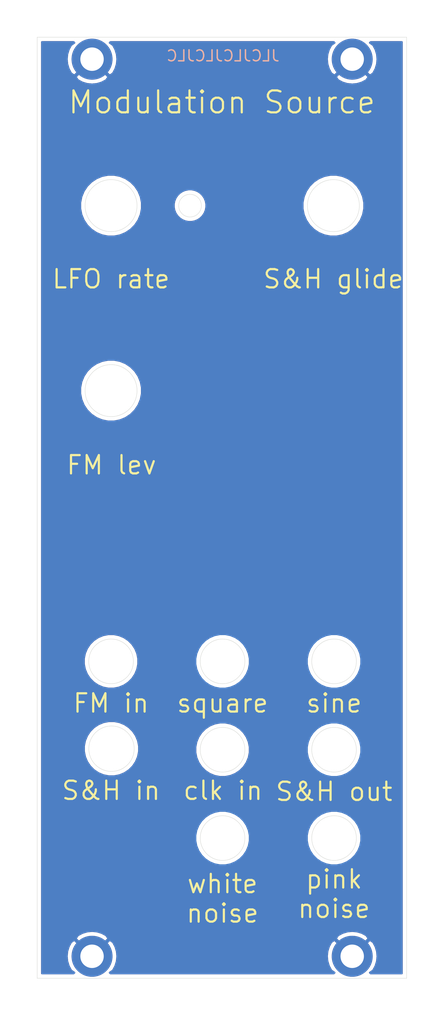
<source format=kicad_pcb>
(kicad_pcb (version 20171130) (host pcbnew 5.1.12-84ad8e8a86~92~ubuntu20.04.1)

  (general
    (thickness 1.6)
    (drawings 68)
    (tracks 0)
    (zones 0)
    (modules 4)
    (nets 2)
  )

  (page A4)
  (title_block
    (title "Modulation source front panel")
    (date 2021-12-18)
    (rev 0)
    (comment 1 creativecommons.org/licenses/by/4.0/)
    (comment 2 "License: CC by 4.0")
    (comment 3 "Author: Jordan Aceto")
  )

  (layers
    (0 F.Cu signal)
    (31 B.Cu signal)
    (32 B.Adhes user)
    (33 F.Adhes user)
    (34 B.Paste user)
    (35 F.Paste user)
    (36 B.SilkS user)
    (37 F.SilkS user)
    (38 B.Mask user)
    (39 F.Mask user)
    (40 Dwgs.User user)
    (41 Cmts.User user)
    (42 Eco1.User user)
    (43 Eco2.User user)
    (44 Edge.Cuts user)
    (45 Margin user)
    (46 B.CrtYd user)
    (47 F.CrtYd user)
    (48 B.Fab user hide)
    (49 F.Fab user hide)
  )

  (setup
    (last_trace_width 0.25)
    (trace_clearance 0.2)
    (zone_clearance 0.508)
    (zone_45_only no)
    (trace_min 0.2)
    (via_size 0.8)
    (via_drill 0.4)
    (via_min_size 0.4)
    (via_min_drill 0.3)
    (uvia_size 0.3)
    (uvia_drill 0.1)
    (uvias_allowed no)
    (uvia_min_size 0.2)
    (uvia_min_drill 0.1)
    (edge_width 0.05)
    (segment_width 0.2)
    (pcb_text_width 0.3)
    (pcb_text_size 1.5 1.5)
    (mod_edge_width 0.12)
    (mod_text_size 1 1)
    (mod_text_width 0.15)
    (pad_size 5.6 5.6)
    (pad_drill 3.2)
    (pad_to_mask_clearance 0.05)
    (aux_axis_origin 0 0)
    (grid_origin 10.1 23)
    (visible_elements FFFFFF7F)
    (pcbplotparams
      (layerselection 0x010f0_ffffffff)
      (usegerberextensions false)
      (usegerberattributes true)
      (usegerberadvancedattributes true)
      (creategerberjobfile false)
      (excludeedgelayer true)
      (linewidth 0.100000)
      (plotframeref false)
      (viasonmask false)
      (mode 1)
      (useauxorigin false)
      (hpglpennumber 1)
      (hpglpenspeed 20)
      (hpglpendiameter 15.000000)
      (psnegative false)
      (psa4output false)
      (plotreference true)
      (plotvalue true)
      (plotinvisibletext false)
      (padsonsilk false)
      (subtractmaskfromsilk false)
      (outputformat 1)
      (mirror false)
      (drillshape 0)
      (scaleselection 1)
      (outputdirectory "../construction_docs/gerbers/"))
  )

  (net 0 "")
  (net 1 GND)

  (net_class Default "This is the default net class."
    (clearance 0.2)
    (trace_width 0.25)
    (via_dia 0.8)
    (via_drill 0.4)
    (uvia_dia 0.3)
    (uvia_drill 0.1)
    (add_net GND)
  )

  (module MountingHole:MountingHole_3.2mm_M3_DIN965_Pad (layer F.Cu) (tedit 56D1B4CB) (tstamp 5F0C80A7)
    (at 43.06 125.5)
    (descr "Mounting Hole 3.2mm, M3, DIN965")
    (tags "mounting hole 3.2mm m3 din965")
    (path /5F0C8CD7)
    (attr virtual)
    (fp_text reference H4 (at 0 -3.8) (layer F.SilkS) hide
      (effects (font (size 1 1) (thickness 0.15)))
    )
    (fp_text value MountingHole_Pad (at 0 3.8) (layer F.Fab)
      (effects (font (size 1 1) (thickness 0.15)))
    )
    (fp_circle (center 0 0) (end 3.05 0) (layer F.CrtYd) (width 0.05))
    (fp_circle (center 0 0) (end 2.8 0) (layer Cmts.User) (width 0.15))
    (fp_text user %R (at 0.3 0) (layer F.Fab)
      (effects (font (size 1 1) (thickness 0.15)))
    )
    (pad 1 thru_hole circle (at 0 0) (size 5.6 5.6) (drill 3.2) (layers *.Cu *.Mask)
      (net 1 GND))
  )

  (module MountingHole:MountingHole_3.2mm_M3_DIN965_Pad (layer F.Cu) (tedit 56D1B4CB) (tstamp 5F0C809F)
    (at 43.06 3)
    (descr "Mounting Hole 3.2mm, M3, DIN965")
    (tags "mounting hole 3.2mm m3 din965")
    (path /5F0C8CCB)
    (attr virtual)
    (fp_text reference H3 (at 0 -3.8) (layer F.SilkS) hide
      (effects (font (size 1 1) (thickness 0.15)))
    )
    (fp_text value MountingHole_Pad (at 0 3.8) (layer F.Fab)
      (effects (font (size 1 1) (thickness 0.15)))
    )
    (fp_circle (center 0 0) (end 3.05 0) (layer F.CrtYd) (width 0.05))
    (fp_circle (center 0 0) (end 2.8 0) (layer Cmts.User) (width 0.15))
    (fp_text user %R (at 0.3 0) (layer F.Fab)
      (effects (font (size 1 1) (thickness 0.15)))
    )
    (pad 1 thru_hole circle (at 0 0) (size 5.6 5.6) (drill 3.2) (layers *.Cu *.Mask)
      (net 1 GND))
  )

  (module MountingHole:MountingHole_3.2mm_M3_DIN965_Pad (layer F.Cu) (tedit 56D1B4CB) (tstamp 5EF55314)
    (at 7.5 125.5)
    (descr "Mounting Hole 3.2mm, M3, DIN965")
    (tags "mounting hole 3.2mm m3 din965")
    (path /5EF51153)
    (attr virtual)
    (fp_text reference H2 (at 0 -3.8) (layer F.SilkS) hide
      (effects (font (size 1 1) (thickness 0.15)))
    )
    (fp_text value MountingHole_Pad (at 0 3.8) (layer F.Fab)
      (effects (font (size 1 1) (thickness 0.15)))
    )
    (fp_circle (center 0 0) (end 2.8 0) (layer Cmts.User) (width 0.15))
    (fp_circle (center 0 0) (end 3.05 0) (layer F.CrtYd) (width 0.05))
    (fp_text user %R (at 0.3 0) (layer F.Fab)
      (effects (font (size 1 1) (thickness 0.15)))
    )
    (pad 1 thru_hole circle (at 0 0) (size 5.6 5.6) (drill 3.2) (layers *.Cu *.Mask)
      (net 1 GND))
  )

  (module MountingHole:MountingHole_3.2mm_M3_DIN965_Pad (layer F.Cu) (tedit 56D1B4CB) (tstamp 5EF5530C)
    (at 7.5 3)
    (descr "Mounting Hole 3.2mm, M3, DIN965")
    (tags "mounting hole 3.2mm m3 din965")
    (path /5EF50380)
    (attr virtual)
    (fp_text reference H1 (at 0 -3.8) (layer F.SilkS) hide
      (effects (font (size 1 1) (thickness 0.15)))
    )
    (fp_text value MountingHole_Pad (at 0 3.8) (layer F.Fab)
      (effects (font (size 1 1) (thickness 0.15)))
    )
    (fp_circle (center 0 0) (end 2.8 0) (layer Cmts.User) (width 0.15))
    (fp_circle (center 0 0) (end 3.05 0) (layer F.CrtYd) (width 0.05))
    (fp_text user %R (at 0.3 0) (layer F.Fab)
      (effects (font (size 1 1) (thickness 0.15)))
    )
    (pad 1 thru_hole circle (at 0 0) (size 5.6 5.6) (drill 3.2) (layers *.Cu *.Mask)
      (net 1 GND))
  )

  (gr_circle (center 20.895 23) (end 22.445 23) (layer Edge.Cuts) (width 0.05))
  (gr_line (start 20.26 80.15) (end 20.26 90.31) (layer Dwgs.User) (width 0.15) (tstamp 61B2214D))
  (gr_text square (at 25.34 90.945) (layer F.SilkS) (tstamp 61B220E9)
    (effects (font (size 2.5 2.5) (thickness 0.3)))
  )
  (gr_text "clk in" (at 25.4 102.87) (layer F.SilkS) (tstamp 61B220D8)
    (effects (font (size 2.5 2.5) (thickness 0.3)))
  )
  (gr_line (start 20.26 114.44) (end 29.15 114.44) (layer Dwgs.User) (width 0.15) (tstamp 61B2209E))
  (gr_line (start 20.26 104.28) (end 20.26 114.44) (layer Dwgs.User) (width 0.15))
  (gr_line (start 30.42 104.28) (end 20.26 104.28) (layer Dwgs.User) (width 0.15))
  (gr_line (start 30.42 114.44) (end 30.42 104.28) (layer Dwgs.User) (width 0.15))
  (gr_line (start 29.15 114.44) (end 30.42 114.44) (layer Dwgs.User) (width 0.15))
  (gr_line (start 45.66 104.28) (end 35.5 104.28) (layer Dwgs.User) (width 0.15) (tstamp 61B22092))
  (gr_line (start 45.66 114.44) (end 45.66 104.28) (layer Dwgs.User) (width 0.15))
  (gr_line (start 35.5 114.44) (end 45.66 114.44) (layer Dwgs.User) (width 0.15))
  (gr_line (start 35.5 104.28) (end 35.5 114.44) (layer Dwgs.User) (width 0.15))
  (gr_line (start 45.66 92.215) (end 35.5 92.215) (layer Dwgs.User) (width 0.15) (tstamp 61B22083))
  (gr_line (start 45.66 102.375) (end 45.66 92.215) (layer Dwgs.User) (width 0.15))
  (gr_line (start 35.5 102.375) (end 45.66 102.375) (layer Dwgs.User) (width 0.15))
  (gr_line (start 35.5 92.215) (end 35.5 102.375) (layer Dwgs.User) (width 0.15))
  (gr_line (start 35.5 80.785) (end 35.5 80.15) (layer Dwgs.User) (width 0.15) (tstamp 61B22079))
  (gr_line (start 35.5 80.15) (end 35.5 80.785) (layer Dwgs.User) (width 0.15))
  (gr_line (start 35.5 90.31) (end 35.5 80.15) (layer Dwgs.User) (width 0.15) (tstamp 61B22077))
  (gr_line (start 45.66 90.31) (end 35.5 90.31) (layer Dwgs.User) (width 0.15))
  (gr_line (start 45.66 80.15) (end 45.66 90.31) (layer Dwgs.User) (width 0.15))
  (gr_line (start 35.5 80.15) (end 45.66 80.15) (layer Dwgs.User) (width 0.15))
  (gr_line (start 20.26 90.31) (end 20.26 80.15) (layer Dwgs.User) (width 0.15) (tstamp 61B22051))
  (gr_line (start 30.42 90.31) (end 20.26 90.31) (layer Dwgs.User) (width 0.15))
  (gr_line (start 30.42 80.15) (end 30.42 90.31) (layer Dwgs.User) (width 0.15))
  (gr_line (start 20.26 80.15) (end 30.42 80.15) (layer Dwgs.User) (width 0.15))
  (gr_circle (center 25.34 85.23) (end 29.34 85.23) (layer Dwgs.User) (width 0.15) (tstamp 61B21D30))
  (gr_circle (center 25.34 85.23) (end 28.39 85.23) (layer Edge.Cuts) (width 0.05) (tstamp 61B21D2C))
  (gr_circle (center 25.34 97.295) (end 28.39 97.295) (layer Edge.Cuts) (width 0.05) (tstamp 61B21D51))
  (gr_circle (center 25.34 97.295) (end 29.34 97.295) (layer Dwgs.User) (width 0.15) (tstamp 61B21D45))
  (gr_text JLCJLCJLCJLC (at 25.4 2.54) (layer B.SilkS)
    (effects (font (size 1.5 1.5) (thickness 0.2)) (justify mirror))
  )
  (gr_circle (center 10.1 48.26) (end 16.45 48.26) (layer Dwgs.User) (width 0.15) (tstamp 5EFD2D91))
  (gr_circle (center 40.49 23) (end 46.84 23) (layer Dwgs.User) (width 0.15) (tstamp 5EFD2D91))
  (gr_circle (center 10.1 23) (end 16.45 23) (layer Dwgs.User) (width 0.15))
  (gr_circle (center 40.58 109.36) (end 44.58 109.36) (layer Dwgs.User) (width 0.15) (tstamp 5EFD2C25))
  (gr_circle (center 40.58 97.295) (end 44.58 97.295) (layer Dwgs.User) (width 0.15) (tstamp 5EFD2C09))
  (gr_circle (center 40.58 85.23) (end 44.58 85.23) (layer Dwgs.User) (width 0.15) (tstamp 5EFD2BE1))
  (gr_circle (center 10.1 85.23) (end 14.1 85.23) (layer Dwgs.User) (width 0.15) (tstamp 5EFD2BE1))
  (gr_circle (center 10.1 97.155) (end 14.1 97.155) (layer Dwgs.User) (width 0.15) (tstamp 5EFD2BE1))
  (gr_circle (center 25.34 109.36) (end 29.34 109.36) (layer Dwgs.User) (width 0.15))
  (gr_text "Modulation Source" (at 25.25 8.89) (layer F.SilkS)
    (effects (font (size 3 3) (thickness 0.3)))
  )
  (gr_text "pink\nnoise" (at 40.58 116.98) (layer F.SilkS) (tstamp 5EF54C6D)
    (effects (font (size 2.5 2.5) (thickness 0.3)))
  )
  (gr_text "S&H out" (at 40.58 103.01) (layer F.SilkS) (tstamp 5EF54C65)
    (effects (font (size 2.5 2.5) (thickness 0.3)))
  )
  (gr_text sine (at 40.58 90.945) (layer F.SilkS) (tstamp 5EF54C5D)
    (effects (font (size 2.5 2.5) (thickness 0.3)))
  )
  (gr_text "white\nnoise" (at 25.34 117.615) (layer F.SilkS) (tstamp 5EF54C3D)
    (effects (font (size 2.5 2.5) (thickness 0.3)))
  )
  (gr_text "S&H in" (at 10.1 102.87) (layer F.SilkS) (tstamp 5EF54C24)
    (effects (font (size 2.5 2.5) (thickness 0.3)))
  )
  (gr_text "FM in" (at 10.1 90.945) (layer F.SilkS) (tstamp 5EF54C24)
    (effects (font (size 2.5 2.5) (thickness 0.3)))
  )
  (gr_text "S&H glide" (at 40.49 33.02) (layer F.SilkS) (tstamp 5EF54C13)
    (effects (font (size 2.5 2.5) (thickness 0.3)))
  )
  (gr_text "FM lev" (at 10.16 58.42) (layer F.SilkS)
    (effects (font (size 2.5 2.5) (thickness 0.3)))
  )
  (gr_text "LFO rate" (at 10.1 33.02) (layer F.SilkS)
    (effects (font (size 2.5 2.5) (thickness 0.3)))
  )
  (gr_circle (center 40.58 85.23) (end 43.63 85.23) (layer Edge.Cuts) (width 0.05) (tstamp 5EF4EDF1))
  (gr_circle (center 40.58 109.36) (end 43.63 109.36) (layer Edge.Cuts) (width 0.05) (tstamp 5EF4EDF0))
  (gr_circle (center 40.58 97.295) (end 43.63 97.295) (layer Edge.Cuts) (width 0.05) (tstamp 5EF4EDEF))
  (gr_circle (center 40.49 23) (end 44.04 23) (layer Edge.Cuts) (width 0.05) (tstamp 61B21EEB))
  (gr_circle (center 25.34 109.36) (end 28.39 109.36) (layer Edge.Cuts) (width 0.05) (tstamp 5EF4EBC1))
  (gr_circle (center 10.16 97.155) (end 13.26 97.155) (layer Edge.Cuts) (width 0.05) (tstamp 5EF4EBC1))
  (gr_circle (center 10.1 85.23) (end 13.15 85.23) (layer Edge.Cuts) (width 0.05) (tstamp 61B21EAC))
  (gr_circle (center 10.1 48.26) (end 13.65 48.26) (layer Edge.Cuts) (width 0.05) (tstamp 5EF4EBC1))
  (gr_circle (center 10.1 23) (end 13.65 23) (layer Edge.Cuts) (width 0.05))
  (gr_line (start 0 117.5) (end 50.5 117.5) (layer Dwgs.User) (width 0.15))
  (gr_line (start 0 11) (end 50.5 11) (layer Dwgs.User) (width 0.15))
  (gr_line (start 0 125.5) (end 50.5 125.5) (layer Dwgs.User) (width 0.15))
  (gr_line (start 0 3) (end 50.5 3) (layer Dwgs.User) (width 0.15))
  (gr_line (start 0 0) (end 50.5 0) (layer Edge.Cuts) (width 0.05) (tstamp 5EF4E863))
  (gr_line (start 50.5 0) (end 50.5 128.5) (layer Edge.Cuts) (width 0.05))
  (gr_line (start 0 128.5) (end 50.5 128.5) (layer Edge.Cuts) (width 0.05))
  (gr_line (start 0 0) (end 0 128.5) (layer Edge.Cuts) (width 0.05))

  (zone (net 1) (net_name GND) (layer F.Cu) (tstamp 5F21FD21) (hatch edge 0.508)
    (connect_pads (clearance 0.508))
    (min_thickness 0.254)
    (fill yes (arc_segments 32) (thermal_gap 0.508) (thermal_bridge_width 0.508))
    (polygon
      (pts
        (xy 52.07 130.81) (xy -2.54 130.81) (xy -2.54 -1.27) (xy 52.07 -1.27)
      )
    )
    (filled_polygon
      (pts
        (xy 5.083517 0.763125) (xy 4.634823 1.075308) (xy 4.314388 1.671259) (xy 4.116374 2.318273) (xy 4.04839 2.991484)
        (xy 4.113051 3.665023) (xy 4.30787 4.313006) (xy 4.625361 4.91053) (xy 4.634823 4.924692) (xy 5.083519 5.236876)
        (xy 7.320395 3) (xy 7.306253 2.985858) (xy 7.485858 2.806253) (xy 7.5 2.820395) (xy 7.514143 2.806253)
        (xy 7.693748 2.985858) (xy 7.679605 3) (xy 9.916481 5.236876) (xy 10.365177 4.924692) (xy 10.685612 4.328741)
        (xy 10.883626 3.681727) (xy 10.95161 3.008516) (xy 10.886949 2.334977) (xy 10.69213 1.686994) (xy 10.374639 1.08947)
        (xy 10.365177 1.075308) (xy 9.916483 0.763125) (xy 10.019608 0.66) (xy 40.540392 0.66) (xy 40.643517 0.763125)
        (xy 40.194823 1.075308) (xy 39.874388 1.671259) (xy 39.676374 2.318273) (xy 39.60839 2.991484) (xy 39.673051 3.665023)
        (xy 39.86787 4.313006) (xy 40.185361 4.91053) (xy 40.194823 4.924692) (xy 40.643519 5.236876) (xy 42.880395 3)
        (xy 42.866253 2.985858) (xy 43.045858 2.806253) (xy 43.06 2.820395) (xy 43.074143 2.806253) (xy 43.253748 2.985858)
        (xy 43.239605 3) (xy 45.476481 5.236876) (xy 45.925177 4.924692) (xy 46.245612 4.328741) (xy 46.443626 3.681727)
        (xy 46.51161 3.008516) (xy 46.446949 2.334977) (xy 46.25213 1.686994) (xy 45.934639 1.08947) (xy 45.925177 1.075308)
        (xy 45.476483 0.763125) (xy 45.579608 0.66) (xy 49.84 0.66) (xy 49.840001 127.84) (xy 45.579608 127.84)
        (xy 45.476483 127.736875) (xy 45.925177 127.424692) (xy 46.245612 126.828741) (xy 46.443626 126.181727) (xy 46.51161 125.508516)
        (xy 46.446949 124.834977) (xy 46.25213 124.186994) (xy 45.934639 123.58947) (xy 45.925177 123.575308) (xy 45.476481 123.263124)
        (xy 43.239605 125.5) (xy 43.253748 125.514143) (xy 43.074143 125.693748) (xy 43.06 125.679605) (xy 43.045858 125.693748)
        (xy 42.866253 125.514143) (xy 42.880395 125.5) (xy 40.643519 123.263124) (xy 40.194823 123.575308) (xy 39.874388 124.171259)
        (xy 39.676374 124.818273) (xy 39.60839 125.491484) (xy 39.673051 126.165023) (xy 39.86787 126.813006) (xy 40.185361 127.41053)
        (xy 40.194823 127.424692) (xy 40.643517 127.736875) (xy 40.540392 127.84) (xy 10.019608 127.84) (xy 9.916483 127.736875)
        (xy 10.365177 127.424692) (xy 10.685612 126.828741) (xy 10.883626 126.181727) (xy 10.95161 125.508516) (xy 10.886949 124.834977)
        (xy 10.69213 124.186994) (xy 10.374639 123.58947) (xy 10.365177 123.575308) (xy 9.916481 123.263124) (xy 7.679605 125.5)
        (xy 7.693748 125.514143) (xy 7.514143 125.693748) (xy 7.5 125.679605) (xy 7.485858 125.693748) (xy 7.306253 125.514143)
        (xy 7.320395 125.5) (xy 5.083519 123.263124) (xy 4.634823 123.575308) (xy 4.314388 124.171259) (xy 4.116374 124.818273)
        (xy 4.04839 125.491484) (xy 4.113051 126.165023) (xy 4.30787 126.813006) (xy 4.625361 127.41053) (xy 4.634823 127.424692)
        (xy 5.083517 127.736875) (xy 4.980392 127.84) (xy 0.66 127.84) (xy 0.66 123.083519) (xy 5.263124 123.083519)
        (xy 7.5 125.320395) (xy 9.736876 123.083519) (xy 40.823124 123.083519) (xy 43.06 125.320395) (xy 45.296876 123.083519)
        (xy 44.984692 122.634823) (xy 44.388741 122.314388) (xy 43.741727 122.116374) (xy 43.068516 122.04839) (xy 42.394977 122.113051)
        (xy 41.746994 122.30787) (xy 41.14947 122.625361) (xy 41.135308 122.634823) (xy 40.823124 123.083519) (xy 9.736876 123.083519)
        (xy 9.424692 122.634823) (xy 8.828741 122.314388) (xy 8.181727 122.116374) (xy 7.508516 122.04839) (xy 6.834977 122.113051)
        (xy 6.186994 122.30787) (xy 5.58947 122.625361) (xy 5.575308 122.634823) (xy 5.263124 123.083519) (xy 0.66 123.083519)
        (xy 0.66 104.28) (xy 20.133 104.28) (xy 20.133 114.44) (xy 20.13544 114.464776) (xy 20.142667 114.488601)
        (xy 20.154403 114.510557) (xy 20.170197 114.529803) (xy 20.189443 114.545597) (xy 20.211399 114.557333) (xy 20.235224 114.56456)
        (xy 20.26 114.567) (xy 30.42 114.567) (xy 30.444776 114.56456) (xy 30.468601 114.557333) (xy 30.490557 114.545597)
        (xy 30.509803 114.529803) (xy 30.525597 114.510557) (xy 30.537333 114.488601) (xy 30.54456 114.464776) (xy 30.547 114.44)
        (xy 30.547 104.28) (xy 35.373 104.28) (xy 35.373 114.44) (xy 35.37544 114.464776) (xy 35.382667 114.488601)
        (xy 35.394403 114.510557) (xy 35.410197 114.529803) (xy 35.429443 114.545597) (xy 35.451399 114.557333) (xy 35.475224 114.56456)
        (xy 35.5 114.567) (xy 45.66 114.567) (xy 45.684776 114.56456) (xy 45.708601 114.557333) (xy 45.730557 114.545597)
        (xy 45.749803 114.529803) (xy 45.765597 114.510557) (xy 45.777333 114.488601) (xy 45.78456 114.464776) (xy 45.787 114.44)
        (xy 45.787 104.28) (xy 45.78456 104.255224) (xy 45.777333 104.231399) (xy 45.765597 104.209443) (xy 45.749803 104.190197)
        (xy 45.730557 104.174403) (xy 45.708601 104.162667) (xy 45.684776 104.15544) (xy 45.66 104.153) (xy 35.5 104.153)
        (xy 35.475224 104.15544) (xy 35.451399 104.162667) (xy 35.429443 104.174403) (xy 35.410197 104.190197) (xy 35.394403 104.209443)
        (xy 35.382667 104.231399) (xy 35.37544 104.255224) (xy 35.373 104.28) (xy 30.547 104.28) (xy 30.54456 104.255224)
        (xy 30.537333 104.231399) (xy 30.525597 104.209443) (xy 30.509803 104.190197) (xy 30.490557 104.174403) (xy 30.468601 104.162667)
        (xy 30.444776 104.15544) (xy 30.42 104.153) (xy 20.26 104.153) (xy 20.235224 104.15544) (xy 20.211399 104.162667)
        (xy 20.189443 104.174403) (xy 20.170197 104.190197) (xy 20.154403 104.209443) (xy 20.142667 104.231399) (xy 20.13544 104.255224)
        (xy 20.133 104.28) (xy 0.66 104.28) (xy 0.66 96.784495) (xy 6.398202 96.784495) (xy 6.398202 97.525505)
        (xy 6.542766 98.252276) (xy 6.826338 98.93688) (xy 7.23802 99.553007) (xy 7.761993 100.07698) (xy 8.37812 100.488662)
        (xy 9.062724 100.772234) (xy 9.789495 100.916798) (xy 10.530505 100.916798) (xy 11.257276 100.772234) (xy 11.94188 100.488662)
        (xy 12.558007 100.07698) (xy 13.08198 99.553007) (xy 13.493662 98.93688) (xy 13.777234 98.252276) (xy 13.921798 97.525505)
        (xy 13.921798 96.929396) (xy 21.627961 96.929396) (xy 21.627961 97.660604) (xy 21.770613 98.377762) (xy 22.050434 99.05331)
        (xy 22.456671 99.661287) (xy 22.973713 100.178329) (xy 23.58169 100.584566) (xy 24.257238 100.864387) (xy 24.974396 101.007039)
        (xy 25.705604 101.007039) (xy 26.422762 100.864387) (xy 27.09831 100.584566) (xy 27.706287 100.178329) (xy 28.223329 99.661287)
        (xy 28.629566 99.05331) (xy 28.909387 98.377762) (xy 29.052039 97.660604) (xy 29.052039 96.929396) (xy 28.909387 96.212238)
        (xy 28.629566 95.53669) (xy 28.223329 94.928713) (xy 27.706287 94.411671) (xy 27.09831 94.005434) (xy 26.422762 93.725613)
        (xy 25.705604 93.582961) (xy 24.974396 93.582961) (xy 24.257238 93.725613) (xy 23.58169 94.005434) (xy 22.973713 94.411671)
        (xy 22.456671 94.928713) (xy 22.050434 95.53669) (xy 21.770613 96.212238) (xy 21.627961 96.929396) (xy 13.921798 96.929396)
        (xy 13.921798 96.784495) (xy 13.777234 96.057724) (xy 13.493662 95.37312) (xy 13.08198 94.756993) (xy 12.558007 94.23302)
        (xy 11.94188 93.821338) (xy 11.257276 93.537766) (xy 10.530505 93.393202) (xy 9.789495 93.393202) (xy 9.062724 93.537766)
        (xy 8.37812 93.821338) (xy 7.761993 94.23302) (xy 7.23802 94.756993) (xy 6.826338 95.37312) (xy 6.542766 96.057724)
        (xy 6.398202 96.784495) (xy 0.66 96.784495) (xy 0.66 92.215) (xy 35.373 92.215) (xy 35.373 102.375)
        (xy 35.37544 102.399776) (xy 35.382667 102.423601) (xy 35.394403 102.445557) (xy 35.410197 102.464803) (xy 35.429443 102.480597)
        (xy 35.451399 102.492333) (xy 35.475224 102.49956) (xy 35.5 102.502) (xy 45.66 102.502) (xy 45.684776 102.49956)
        (xy 45.708601 102.492333) (xy 45.730557 102.480597) (xy 45.749803 102.464803) (xy 45.765597 102.445557) (xy 45.777333 102.423601)
        (xy 45.78456 102.399776) (xy 45.787 102.375) (xy 45.787 92.215) (xy 45.78456 92.190224) (xy 45.777333 92.166399)
        (xy 45.765597 92.144443) (xy 45.749803 92.125197) (xy 45.730557 92.109403) (xy 45.708601 92.097667) (xy 45.684776 92.09044)
        (xy 45.66 92.088) (xy 35.5 92.088) (xy 35.475224 92.09044) (xy 35.451399 92.097667) (xy 35.429443 92.109403)
        (xy 35.410197 92.125197) (xy 35.394403 92.144443) (xy 35.382667 92.166399) (xy 35.37544 92.190224) (xy 35.373 92.215)
        (xy 0.66 92.215) (xy 0.66 84.864396) (xy 6.387961 84.864396) (xy 6.387961 85.595604) (xy 6.530613 86.312762)
        (xy 6.810434 86.98831) (xy 7.216671 87.596287) (xy 7.733713 88.113329) (xy 8.34169 88.519566) (xy 9.017238 88.799387)
        (xy 9.734396 88.942039) (xy 10.465604 88.942039) (xy 11.182762 88.799387) (xy 11.85831 88.519566) (xy 12.466287 88.113329)
        (xy 12.983329 87.596287) (xy 13.389566 86.98831) (xy 13.669387 86.312762) (xy 13.812039 85.595604) (xy 13.812039 84.864396)
        (xy 13.669387 84.147238) (xy 13.389566 83.47169) (xy 12.983329 82.863713) (xy 12.466287 82.346671) (xy 11.85831 81.940434)
        (xy 11.182762 81.660613) (xy 10.465604 81.517961) (xy 9.734396 81.517961) (xy 9.017238 81.660613) (xy 8.34169 81.940434)
        (xy 7.733713 82.346671) (xy 7.216671 82.863713) (xy 6.810434 83.47169) (xy 6.530613 84.147238) (xy 6.387961 84.864396)
        (xy 0.66 84.864396) (xy 0.66 80.15) (xy 20.133 80.15) (xy 20.133 90.31) (xy 20.13544 90.334776)
        (xy 20.142667 90.358601) (xy 20.154403 90.380557) (xy 20.170197 90.399803) (xy 20.189443 90.415597) (xy 20.211399 90.427333)
        (xy 20.235224 90.43456) (xy 20.26 90.437) (xy 30.42 90.437) (xy 30.444776 90.43456) (xy 30.468601 90.427333)
        (xy 30.490557 90.415597) (xy 30.509803 90.399803) (xy 30.525597 90.380557) (xy 30.537333 90.358601) (xy 30.54456 90.334776)
        (xy 30.547 90.31) (xy 30.547 80.15) (xy 35.373 80.15) (xy 35.373 90.31) (xy 35.37544 90.334776)
        (xy 35.382667 90.358601) (xy 35.394403 90.380557) (xy 35.410197 90.399803) (xy 35.429443 90.415597) (xy 35.451399 90.427333)
        (xy 35.475224 90.43456) (xy 35.5 90.437) (xy 45.66 90.437) (xy 45.684776 90.43456) (xy 45.708601 90.427333)
        (xy 45.730557 90.415597) (xy 45.749803 90.399803) (xy 45.765597 90.380557) (xy 45.777333 90.358601) (xy 45.78456 90.334776)
        (xy 45.787 90.31) (xy 45.787 80.15) (xy 45.78456 80.125224) (xy 45.777333 80.101399) (xy 45.765597 80.079443)
        (xy 45.749803 80.060197) (xy 45.730557 80.044403) (xy 45.708601 80.032667) (xy 45.684776 80.02544) (xy 45.66 80.023)
        (xy 35.5 80.023) (xy 35.475224 80.02544) (xy 35.451399 80.032667) (xy 35.429443 80.044403) (xy 35.410197 80.060197)
        (xy 35.394403 80.079443) (xy 35.382667 80.101399) (xy 35.37544 80.125224) (xy 35.373 80.15) (xy 30.547 80.15)
        (xy 30.54456 80.125224) (xy 30.537333 80.101399) (xy 30.525597 80.079443) (xy 30.509803 80.060197) (xy 30.490557 80.044403)
        (xy 30.468601 80.032667) (xy 30.444776 80.02544) (xy 30.42 80.023) (xy 20.26 80.023) (xy 20.235224 80.02544)
        (xy 20.211399 80.032667) (xy 20.189443 80.044403) (xy 20.170197 80.060197) (xy 20.154403 80.079443) (xy 20.142667 80.101399)
        (xy 20.13544 80.125224) (xy 20.133 80.15) (xy 0.66 80.15) (xy 0.66 47.845387) (xy 5.890369 47.845387)
        (xy 5.890369 48.674613) (xy 6.052142 49.487904) (xy 6.369473 50.254008) (xy 6.830166 50.943484) (xy 7.416516 51.529834)
        (xy 8.105992 51.990527) (xy 8.872096 52.307858) (xy 9.685387 52.469631) (xy 10.514613 52.469631) (xy 11.327904 52.307858)
        (xy 12.094008 51.990527) (xy 12.783484 51.529834) (xy 13.369834 50.943484) (xy 13.830527 50.254008) (xy 14.147858 49.487904)
        (xy 14.309631 48.674613) (xy 14.309631 47.845387) (xy 14.147858 47.032096) (xy 13.830527 46.265992) (xy 13.369834 45.576516)
        (xy 12.783484 44.990166) (xy 12.094008 44.529473) (xy 11.327904 44.212142) (xy 10.514613 44.050369) (xy 9.685387 44.050369)
        (xy 8.872096 44.212142) (xy 8.105992 44.529473) (xy 7.416516 44.990166) (xy 6.830166 45.576516) (xy 6.369473 46.265992)
        (xy 6.052142 47.032096) (xy 5.890369 47.845387) (xy 0.66 47.845387) (xy 0.66 22.585387) (xy 5.890369 22.585387)
        (xy 5.890369 23.414613) (xy 6.052142 24.227904) (xy 6.369473 24.994008) (xy 6.830166 25.683484) (xy 7.416516 26.269834)
        (xy 8.105992 26.730527) (xy 8.872096 27.047858) (xy 9.685387 27.209631) (xy 10.514613 27.209631) (xy 11.327904 27.047858)
        (xy 12.094008 26.730527) (xy 12.783484 26.269834) (xy 13.369834 25.683484) (xy 13.830527 24.994008) (xy 14.147858 24.227904)
        (xy 14.309631 23.414613) (xy 14.309631 22.781422) (xy 18.675738 22.781422) (xy 18.675738 23.218578) (xy 18.761023 23.647335)
        (xy 18.928316 24.051215) (xy 19.171187 24.414697) (xy 19.480303 24.723813) (xy 19.843785 24.966684) (xy 20.247665 25.133977)
        (xy 20.676422 25.219262) (xy 21.113578 25.219262) (xy 21.542335 25.133977) (xy 21.946215 24.966684) (xy 22.309697 24.723813)
        (xy 22.618813 24.414697) (xy 22.861684 24.051215) (xy 23.028977 23.647335) (xy 23.114262 23.218578) (xy 23.114262 22.781422)
        (xy 23.075269 22.585387) (xy 36.280369 22.585387) (xy 36.280369 23.414613) (xy 36.442142 24.227904) (xy 36.759473 24.994008)
        (xy 37.220166 25.683484) (xy 37.806516 26.269834) (xy 38.495992 26.730527) (xy 39.262096 27.047858) (xy 40.075387 27.209631)
        (xy 40.904613 27.209631) (xy 41.717904 27.047858) (xy 42.484008 26.730527) (xy 43.173484 26.269834) (xy 43.759834 25.683484)
        (xy 44.220527 24.994008) (xy 44.537858 24.227904) (xy 44.699631 23.414613) (xy 44.699631 22.585387) (xy 44.537858 21.772096)
        (xy 44.220527 21.005992) (xy 43.759834 20.316516) (xy 43.173484 19.730166) (xy 42.484008 19.269473) (xy 41.717904 18.952142)
        (xy 40.904613 18.790369) (xy 40.075387 18.790369) (xy 39.262096 18.952142) (xy 38.495992 19.269473) (xy 37.806516 19.730166)
        (xy 37.220166 20.316516) (xy 36.759473 21.005992) (xy 36.442142 21.772096) (xy 36.280369 22.585387) (xy 23.075269 22.585387)
        (xy 23.028977 22.352665) (xy 22.861684 21.948785) (xy 22.618813 21.585303) (xy 22.309697 21.276187) (xy 21.946215 21.033316)
        (xy 21.542335 20.866023) (xy 21.113578 20.780738) (xy 20.676422 20.780738) (xy 20.247665 20.866023) (xy 19.843785 21.033316)
        (xy 19.480303 21.276187) (xy 19.171187 21.585303) (xy 18.928316 21.948785) (xy 18.761023 22.352665) (xy 18.675738 22.781422)
        (xy 14.309631 22.781422) (xy 14.309631 22.585387) (xy 14.147858 21.772096) (xy 13.830527 21.005992) (xy 13.369834 20.316516)
        (xy 12.783484 19.730166) (xy 12.094008 19.269473) (xy 11.327904 18.952142) (xy 10.514613 18.790369) (xy 9.685387 18.790369)
        (xy 8.872096 18.952142) (xy 8.105992 19.269473) (xy 7.416516 19.730166) (xy 6.830166 20.316516) (xy 6.369473 21.005992)
        (xy 6.052142 21.772096) (xy 5.890369 22.585387) (xy 0.66 22.585387) (xy 0.66 5.416481) (xy 5.263124 5.416481)
        (xy 5.575308 5.865177) (xy 6.171259 6.185612) (xy 6.818273 6.383626) (xy 7.491484 6.45161) (xy 8.165023 6.386949)
        (xy 8.813006 6.19213) (xy 9.41053 5.874639) (xy 9.424692 5.865177) (xy 9.736876 5.416481) (xy 40.823124 5.416481)
        (xy 41.135308 5.865177) (xy 41.731259 6.185612) (xy 42.378273 6.383626) (xy 43.051484 6.45161) (xy 43.725023 6.386949)
        (xy 44.373006 6.19213) (xy 44.97053 5.874639) (xy 44.984692 5.865177) (xy 45.296876 5.416481) (xy 43.06 3.179605)
        (xy 40.823124 5.416481) (xy 9.736876 5.416481) (xy 7.5 3.179605) (xy 5.263124 5.416481) (xy 0.66 5.416481)
        (xy 0.66 0.66) (xy 4.980392 0.66)
      )
    )
  )
  (zone (net 1) (net_name GND) (layer B.Cu) (tstamp 5F21FD1E) (hatch edge 0.508)
    (connect_pads (clearance 0.508))
    (min_thickness 0.254)
    (fill yes (arc_segments 32) (thermal_gap 0.508) (thermal_bridge_width 0.508))
    (polygon
      (pts
        (xy 55.88 134.62) (xy -5.08 134.62) (xy -5.08 -5.08) (xy 55.88 -5.08)
      )
    )
    (filled_polygon
      (pts
        (xy 5.083517 0.763125) (xy 4.634823 1.075308) (xy 4.314388 1.671259) (xy 4.116374 2.318273) (xy 4.04839 2.991484)
        (xy 4.113051 3.665023) (xy 4.30787 4.313006) (xy 4.625361 4.91053) (xy 4.634823 4.924692) (xy 5.083519 5.236876)
        (xy 7.320395 3) (xy 7.306253 2.985858) (xy 7.485858 2.806253) (xy 7.5 2.820395) (xy 7.514143 2.806253)
        (xy 7.693748 2.985858) (xy 7.679605 3) (xy 9.916481 5.236876) (xy 10.365177 4.924692) (xy 10.685612 4.328741)
        (xy 10.883626 3.681727) (xy 10.95161 3.008516) (xy 10.886949 2.334977) (xy 10.69213 1.686994) (xy 10.374639 1.08947)
        (xy 10.365177 1.075308) (xy 9.916483 0.763125) (xy 10.019608 0.66) (xy 40.540392 0.66) (xy 40.643517 0.763125)
        (xy 40.194823 1.075308) (xy 39.874388 1.671259) (xy 39.676374 2.318273) (xy 39.60839 2.991484) (xy 39.673051 3.665023)
        (xy 39.86787 4.313006) (xy 40.185361 4.91053) (xy 40.194823 4.924692) (xy 40.643519 5.236876) (xy 42.880395 3)
        (xy 42.866253 2.985858) (xy 43.045858 2.806253) (xy 43.06 2.820395) (xy 43.074143 2.806253) (xy 43.253748 2.985858)
        (xy 43.239605 3) (xy 45.476481 5.236876) (xy 45.925177 4.924692) (xy 46.245612 4.328741) (xy 46.443626 3.681727)
        (xy 46.51161 3.008516) (xy 46.446949 2.334977) (xy 46.25213 1.686994) (xy 45.934639 1.08947) (xy 45.925177 1.075308)
        (xy 45.476483 0.763125) (xy 45.579608 0.66) (xy 49.84 0.66) (xy 49.840001 127.84) (xy 45.579608 127.84)
        (xy 45.476483 127.736875) (xy 45.925177 127.424692) (xy 46.245612 126.828741) (xy 46.443626 126.181727) (xy 46.51161 125.508516)
        (xy 46.446949 124.834977) (xy 46.25213 124.186994) (xy 45.934639 123.58947) (xy 45.925177 123.575308) (xy 45.476481 123.263124)
        (xy 43.239605 125.5) (xy 43.253748 125.514143) (xy 43.074143 125.693748) (xy 43.06 125.679605) (xy 43.045858 125.693748)
        (xy 42.866253 125.514143) (xy 42.880395 125.5) (xy 40.643519 123.263124) (xy 40.194823 123.575308) (xy 39.874388 124.171259)
        (xy 39.676374 124.818273) (xy 39.60839 125.491484) (xy 39.673051 126.165023) (xy 39.86787 126.813006) (xy 40.185361 127.41053)
        (xy 40.194823 127.424692) (xy 40.643517 127.736875) (xy 40.540392 127.84) (xy 10.019608 127.84) (xy 9.916483 127.736875)
        (xy 10.365177 127.424692) (xy 10.685612 126.828741) (xy 10.883626 126.181727) (xy 10.95161 125.508516) (xy 10.886949 124.834977)
        (xy 10.69213 124.186994) (xy 10.374639 123.58947) (xy 10.365177 123.575308) (xy 9.916481 123.263124) (xy 7.679605 125.5)
        (xy 7.693748 125.514143) (xy 7.514143 125.693748) (xy 7.5 125.679605) (xy 7.485858 125.693748) (xy 7.306253 125.514143)
        (xy 7.320395 125.5) (xy 5.083519 123.263124) (xy 4.634823 123.575308) (xy 4.314388 124.171259) (xy 4.116374 124.818273)
        (xy 4.04839 125.491484) (xy 4.113051 126.165023) (xy 4.30787 126.813006) (xy 4.625361 127.41053) (xy 4.634823 127.424692)
        (xy 5.083517 127.736875) (xy 4.980392 127.84) (xy 0.66 127.84) (xy 0.66 123.083519) (xy 5.263124 123.083519)
        (xy 7.5 125.320395) (xy 9.736876 123.083519) (xy 40.823124 123.083519) (xy 43.06 125.320395) (xy 45.296876 123.083519)
        (xy 44.984692 122.634823) (xy 44.388741 122.314388) (xy 43.741727 122.116374) (xy 43.068516 122.04839) (xy 42.394977 122.113051)
        (xy 41.746994 122.30787) (xy 41.14947 122.625361) (xy 41.135308 122.634823) (xy 40.823124 123.083519) (xy 9.736876 123.083519)
        (xy 9.424692 122.634823) (xy 8.828741 122.314388) (xy 8.181727 122.116374) (xy 7.508516 122.04839) (xy 6.834977 122.113051)
        (xy 6.186994 122.30787) (xy 5.58947 122.625361) (xy 5.575308 122.634823) (xy 5.263124 123.083519) (xy 0.66 123.083519)
        (xy 0.66 108.994396) (xy 21.627961 108.994396) (xy 21.627961 109.725604) (xy 21.770613 110.442762) (xy 22.050434 111.11831)
        (xy 22.456671 111.726287) (xy 22.973713 112.243329) (xy 23.58169 112.649566) (xy 24.257238 112.929387) (xy 24.974396 113.072039)
        (xy 25.705604 113.072039) (xy 26.422762 112.929387) (xy 27.09831 112.649566) (xy 27.706287 112.243329) (xy 28.223329 111.726287)
        (xy 28.629566 111.11831) (xy 28.909387 110.442762) (xy 29.052039 109.725604) (xy 29.052039 108.994396) (xy 36.867961 108.994396)
        (xy 36.867961 109.725604) (xy 37.010613 110.442762) (xy 37.290434 111.11831) (xy 37.696671 111.726287) (xy 38.213713 112.243329)
        (xy 38.82169 112.649566) (xy 39.497238 112.929387) (xy 40.214396 113.072039) (xy 40.945604 113.072039) (xy 41.662762 112.929387)
        (xy 42.33831 112.649566) (xy 42.946287 112.243329) (xy 43.463329 111.726287) (xy 43.869566 111.11831) (xy 44.149387 110.442762)
        (xy 44.292039 109.725604) (xy 44.292039 108.994396) (xy 44.149387 108.277238) (xy 43.869566 107.60169) (xy 43.463329 106.993713)
        (xy 42.946287 106.476671) (xy 42.33831 106.070434) (xy 41.662762 105.790613) (xy 40.945604 105.647961) (xy 40.214396 105.647961)
        (xy 39.497238 105.790613) (xy 38.82169 106.070434) (xy 38.213713 106.476671) (xy 37.696671 106.993713) (xy 37.290434 107.60169)
        (xy 37.010613 108.277238) (xy 36.867961 108.994396) (xy 29.052039 108.994396) (xy 28.909387 108.277238) (xy 28.629566 107.60169)
        (xy 28.223329 106.993713) (xy 27.706287 106.476671) (xy 27.09831 106.070434) (xy 26.422762 105.790613) (xy 25.705604 105.647961)
        (xy 24.974396 105.647961) (xy 24.257238 105.790613) (xy 23.58169 106.070434) (xy 22.973713 106.476671) (xy 22.456671 106.993713)
        (xy 22.050434 107.60169) (xy 21.770613 108.277238) (xy 21.627961 108.994396) (xy 0.66 108.994396) (xy 0.66 96.784495)
        (xy 6.398202 96.784495) (xy 6.398202 97.525505) (xy 6.542766 98.252276) (xy 6.826338 98.93688) (xy 7.23802 99.553007)
        (xy 7.761993 100.07698) (xy 8.37812 100.488662) (xy 9.062724 100.772234) (xy 9.789495 100.916798) (xy 10.530505 100.916798)
        (xy 11.257276 100.772234) (xy 11.94188 100.488662) (xy 12.558007 100.07698) (xy 13.08198 99.553007) (xy 13.493662 98.93688)
        (xy 13.777234 98.252276) (xy 13.921798 97.525505) (xy 13.921798 96.929396) (xy 21.627961 96.929396) (xy 21.627961 97.660604)
        (xy 21.770613 98.377762) (xy 22.050434 99.05331) (xy 22.456671 99.661287) (xy 22.973713 100.178329) (xy 23.58169 100.584566)
        (xy 24.257238 100.864387) (xy 24.974396 101.007039) (xy 25.705604 101.007039) (xy 26.422762 100.864387) (xy 27.09831 100.584566)
        (xy 27.706287 100.178329) (xy 28.223329 99.661287) (xy 28.629566 99.05331) (xy 28.909387 98.377762) (xy 29.052039 97.660604)
        (xy 29.052039 96.929396) (xy 36.867961 96.929396) (xy 36.867961 97.660604) (xy 37.010613 98.377762) (xy 37.290434 99.05331)
        (xy 37.696671 99.661287) (xy 38.213713 100.178329) (xy 38.82169 100.584566) (xy 39.497238 100.864387) (xy 40.214396 101.007039)
        (xy 40.945604 101.007039) (xy 41.662762 100.864387) (xy 42.33831 100.584566) (xy 42.946287 100.178329) (xy 43.463329 99.661287)
        (xy 43.869566 99.05331) (xy 44.149387 98.377762) (xy 44.292039 97.660604) (xy 44.292039 96.929396) (xy 44.149387 96.212238)
        (xy 43.869566 95.53669) (xy 43.463329 94.928713) (xy 42.946287 94.411671) (xy 42.33831 94.005434) (xy 41.662762 93.725613)
        (xy 40.945604 93.582961) (xy 40.214396 93.582961) (xy 39.497238 93.725613) (xy 38.82169 94.005434) (xy 38.213713 94.411671)
        (xy 37.696671 94.928713) (xy 37.290434 95.53669) (xy 37.010613 96.212238) (xy 36.867961 96.929396) (xy 29.052039 96.929396)
        (xy 28.909387 96.212238) (xy 28.629566 95.53669) (xy 28.223329 94.928713) (xy 27.706287 94.411671) (xy 27.09831 94.005434)
        (xy 26.422762 93.725613) (xy 25.705604 93.582961) (xy 24.974396 93.582961) (xy 24.257238 93.725613) (xy 23.58169 94.005434)
        (xy 22.973713 94.411671) (xy 22.456671 94.928713) (xy 22.050434 95.53669) (xy 21.770613 96.212238) (xy 21.627961 96.929396)
        (xy 13.921798 96.929396) (xy 13.921798 96.784495) (xy 13.777234 96.057724) (xy 13.493662 95.37312) (xy 13.08198 94.756993)
        (xy 12.558007 94.23302) (xy 11.94188 93.821338) (xy 11.257276 93.537766) (xy 10.530505 93.393202) (xy 9.789495 93.393202)
        (xy 9.062724 93.537766) (xy 8.37812 93.821338) (xy 7.761993 94.23302) (xy 7.23802 94.756993) (xy 6.826338 95.37312)
        (xy 6.542766 96.057724) (xy 6.398202 96.784495) (xy 0.66 96.784495) (xy 0.66 84.864396) (xy 6.387961 84.864396)
        (xy 6.387961 85.595604) (xy 6.530613 86.312762) (xy 6.810434 86.98831) (xy 7.216671 87.596287) (xy 7.733713 88.113329)
        (xy 8.34169 88.519566) (xy 9.017238 88.799387) (xy 9.734396 88.942039) (xy 10.465604 88.942039) (xy 11.182762 88.799387)
        (xy 11.85831 88.519566) (xy 12.466287 88.113329) (xy 12.983329 87.596287) (xy 13.389566 86.98831) (xy 13.669387 86.312762)
        (xy 13.812039 85.595604) (xy 13.812039 84.864396) (xy 21.627961 84.864396) (xy 21.627961 85.595604) (xy 21.770613 86.312762)
        (xy 22.050434 86.98831) (xy 22.456671 87.596287) (xy 22.973713 88.113329) (xy 23.58169 88.519566) (xy 24.257238 88.799387)
        (xy 24.974396 88.942039) (xy 25.705604 88.942039) (xy 26.422762 88.799387) (xy 27.09831 88.519566) (xy 27.706287 88.113329)
        (xy 28.223329 87.596287) (xy 28.629566 86.98831) (xy 28.909387 86.312762) (xy 29.052039 85.595604) (xy 29.052039 84.864396)
        (xy 36.867961 84.864396) (xy 36.867961 85.595604) (xy 37.010613 86.312762) (xy 37.290434 86.98831) (xy 37.696671 87.596287)
        (xy 38.213713 88.113329) (xy 38.82169 88.519566) (xy 39.497238 88.799387) (xy 40.214396 88.942039) (xy 40.945604 88.942039)
        (xy 41.662762 88.799387) (xy 42.33831 88.519566) (xy 42.946287 88.113329) (xy 43.463329 87.596287) (xy 43.869566 86.98831)
        (xy 44.149387 86.312762) (xy 44.292039 85.595604) (xy 44.292039 84.864396) (xy 44.149387 84.147238) (xy 43.869566 83.47169)
        (xy 43.463329 82.863713) (xy 42.946287 82.346671) (xy 42.33831 81.940434) (xy 41.662762 81.660613) (xy 40.945604 81.517961)
        (xy 40.214396 81.517961) (xy 39.497238 81.660613) (xy 38.82169 81.940434) (xy 38.213713 82.346671) (xy 37.696671 82.863713)
        (xy 37.290434 83.47169) (xy 37.010613 84.147238) (xy 36.867961 84.864396) (xy 29.052039 84.864396) (xy 28.909387 84.147238)
        (xy 28.629566 83.47169) (xy 28.223329 82.863713) (xy 27.706287 82.346671) (xy 27.09831 81.940434) (xy 26.422762 81.660613)
        (xy 25.705604 81.517961) (xy 24.974396 81.517961) (xy 24.257238 81.660613) (xy 23.58169 81.940434) (xy 22.973713 82.346671)
        (xy 22.456671 82.863713) (xy 22.050434 83.47169) (xy 21.770613 84.147238) (xy 21.627961 84.864396) (xy 13.812039 84.864396)
        (xy 13.669387 84.147238) (xy 13.389566 83.47169) (xy 12.983329 82.863713) (xy 12.466287 82.346671) (xy 11.85831 81.940434)
        (xy 11.182762 81.660613) (xy 10.465604 81.517961) (xy 9.734396 81.517961) (xy 9.017238 81.660613) (xy 8.34169 81.940434)
        (xy 7.733713 82.346671) (xy 7.216671 82.863713) (xy 6.810434 83.47169) (xy 6.530613 84.147238) (xy 6.387961 84.864396)
        (xy 0.66 84.864396) (xy 0.66 47.845387) (xy 5.890369 47.845387) (xy 5.890369 48.674613) (xy 6.052142 49.487904)
        (xy 6.369473 50.254008) (xy 6.830166 50.943484) (xy 7.416516 51.529834) (xy 8.105992 51.990527) (xy 8.872096 52.307858)
        (xy 9.685387 52.469631) (xy 10.514613 52.469631) (xy 11.327904 52.307858) (xy 12.094008 51.990527) (xy 12.783484 51.529834)
        (xy 13.369834 50.943484) (xy 13.830527 50.254008) (xy 14.147858 49.487904) (xy 14.309631 48.674613) (xy 14.309631 47.845387)
        (xy 14.147858 47.032096) (xy 13.830527 46.265992) (xy 13.369834 45.576516) (xy 12.783484 44.990166) (xy 12.094008 44.529473)
        (xy 11.327904 44.212142) (xy 10.514613 44.050369) (xy 9.685387 44.050369) (xy 8.872096 44.212142) (xy 8.105992 44.529473)
        (xy 7.416516 44.990166) (xy 6.830166 45.576516) (xy 6.369473 46.265992) (xy 6.052142 47.032096) (xy 5.890369 47.845387)
        (xy 0.66 47.845387) (xy 0.66 22.585387) (xy 5.890369 22.585387) (xy 5.890369 23.414613) (xy 6.052142 24.227904)
        (xy 6.369473 24.994008) (xy 6.830166 25.683484) (xy 7.416516 26.269834) (xy 8.105992 26.730527) (xy 8.872096 27.047858)
        (xy 9.685387 27.209631) (xy 10.514613 27.209631) (xy 11.327904 27.047858) (xy 12.094008 26.730527) (xy 12.783484 26.269834)
        (xy 13.369834 25.683484) (xy 13.830527 24.994008) (xy 14.147858 24.227904) (xy 14.309631 23.414613) (xy 14.309631 22.781422)
        (xy 18.675738 22.781422) (xy 18.675738 23.218578) (xy 18.761023 23.647335) (xy 18.928316 24.051215) (xy 19.171187 24.414697)
        (xy 19.480303 24.723813) (xy 19.843785 24.966684) (xy 20.247665 25.133977) (xy 20.676422 25.219262) (xy 21.113578 25.219262)
        (xy 21.542335 25.133977) (xy 21.946215 24.966684) (xy 22.309697 24.723813) (xy 22.618813 24.414697) (xy 22.861684 24.051215)
        (xy 23.028977 23.647335) (xy 23.114262 23.218578) (xy 23.114262 22.781422) (xy 23.075269 22.585387) (xy 36.280369 22.585387)
        (xy 36.280369 23.414613) (xy 36.442142 24.227904) (xy 36.759473 24.994008) (xy 37.220166 25.683484) (xy 37.806516 26.269834)
        (xy 38.495992 26.730527) (xy 39.262096 27.047858) (xy 40.075387 27.209631) (xy 40.904613 27.209631) (xy 41.717904 27.047858)
        (xy 42.484008 26.730527) (xy 43.173484 26.269834) (xy 43.759834 25.683484) (xy 44.220527 24.994008) (xy 44.537858 24.227904)
        (xy 44.699631 23.414613) (xy 44.699631 22.585387) (xy 44.537858 21.772096) (xy 44.220527 21.005992) (xy 43.759834 20.316516)
        (xy 43.173484 19.730166) (xy 42.484008 19.269473) (xy 41.717904 18.952142) (xy 40.904613 18.790369) (xy 40.075387 18.790369)
        (xy 39.262096 18.952142) (xy 38.495992 19.269473) (xy 37.806516 19.730166) (xy 37.220166 20.316516) (xy 36.759473 21.005992)
        (xy 36.442142 21.772096) (xy 36.280369 22.585387) (xy 23.075269 22.585387) (xy 23.028977 22.352665) (xy 22.861684 21.948785)
        (xy 22.618813 21.585303) (xy 22.309697 21.276187) (xy 21.946215 21.033316) (xy 21.542335 20.866023) (xy 21.113578 20.780738)
        (xy 20.676422 20.780738) (xy 20.247665 20.866023) (xy 19.843785 21.033316) (xy 19.480303 21.276187) (xy 19.171187 21.585303)
        (xy 18.928316 21.948785) (xy 18.761023 22.352665) (xy 18.675738 22.781422) (xy 14.309631 22.781422) (xy 14.309631 22.585387)
        (xy 14.147858 21.772096) (xy 13.830527 21.005992) (xy 13.369834 20.316516) (xy 12.783484 19.730166) (xy 12.094008 19.269473)
        (xy 11.327904 18.952142) (xy 10.514613 18.790369) (xy 9.685387 18.790369) (xy 8.872096 18.952142) (xy 8.105992 19.269473)
        (xy 7.416516 19.730166) (xy 6.830166 20.316516) (xy 6.369473 21.005992) (xy 6.052142 21.772096) (xy 5.890369 22.585387)
        (xy 0.66 22.585387) (xy 0.66 5.416481) (xy 5.263124 5.416481) (xy 5.575308 5.865177) (xy 6.171259 6.185612)
        (xy 6.818273 6.383626) (xy 7.491484 6.45161) (xy 8.165023 6.386949) (xy 8.813006 6.19213) (xy 9.41053 5.874639)
        (xy 9.424692 5.865177) (xy 9.736876 5.416481) (xy 40.823124 5.416481) (xy 41.135308 5.865177) (xy 41.731259 6.185612)
        (xy 42.378273 6.383626) (xy 43.051484 6.45161) (xy 43.725023 6.386949) (xy 44.373006 6.19213) (xy 44.97053 5.874639)
        (xy 44.984692 5.865177) (xy 45.296876 5.416481) (xy 43.06 3.179605) (xy 40.823124 5.416481) (xy 9.736876 5.416481)
        (xy 7.5 3.179605) (xy 5.263124 5.416481) (xy 0.66 5.416481) (xy 0.66 0.66) (xy 4.980392 0.66)
      )
    )
  )
  (zone (net 0) (net_name "") (layer F.Cu) (tstamp 0) (hatch edge 0.508)
    (connect_pads (clearance 0.508))
    (min_thickness 0.254)
    (keepout (tracks not_allowed) (vias not_allowed) (copperpour not_allowed))
    (fill (arc_segments 32) (thermal_gap 0.508) (thermal_bridge_width 0.508))
    (polygon
      (pts
        (xy 30.42 90.31) (xy 20.26 90.31) (xy 20.26 80.15) (xy 30.42 80.15)
      )
    )
  )
  (zone (net 0) (net_name "") (layer F.Cu) (tstamp 0) (hatch edge 0.508)
    (connect_pads (clearance 0.508))
    (min_thickness 0.254)
    (keepout (tracks not_allowed) (vias not_allowed) (copperpour not_allowed))
    (fill (arc_segments 32) (thermal_gap 0.508) (thermal_bridge_width 0.508))
    (polygon
      (pts
        (xy 45.66 90.31) (xy 35.5 90.31) (xy 35.5 80.15) (xy 45.66 80.15)
      )
    )
  )
  (zone (net 0) (net_name "") (layer F.Cu) (tstamp 0) (hatch edge 0.508)
    (connect_pads (clearance 0.508))
    (min_thickness 0.254)
    (keepout (tracks not_allowed) (vias not_allowed) (copperpour not_allowed))
    (fill (arc_segments 32) (thermal_gap 0.508) (thermal_bridge_width 0.508))
    (polygon
      (pts
        (xy 45.66 102.375) (xy 35.5 102.375) (xy 35.5 92.215) (xy 45.66 92.215)
      )
    )
  )
  (zone (net 0) (net_name "") (layer F.Cu) (tstamp 0) (hatch edge 0.508)
    (connect_pads (clearance 0.508))
    (min_thickness 0.254)
    (keepout (tracks not_allowed) (vias not_allowed) (copperpour not_allowed))
    (fill (arc_segments 32) (thermal_gap 0.508) (thermal_bridge_width 0.508))
    (polygon
      (pts
        (xy 30.42 114.44) (xy 20.26 114.44) (xy 20.26 104.28) (xy 30.42 104.28)
      )
    )
  )
  (zone (net 0) (net_name "") (layer F.Cu) (tstamp 0) (hatch edge 0.508)
    (connect_pads (clearance 0.508))
    (min_thickness 0.254)
    (keepout (tracks not_allowed) (vias not_allowed) (copperpour not_allowed))
    (fill (arc_segments 32) (thermal_gap 0.508) (thermal_bridge_width 0.508))
    (polygon
      (pts
        (xy 45.66 114.44) (xy 35.5 114.44) (xy 35.5 104.28) (xy 45.66 104.28)
      )
    )
  )
)

</source>
